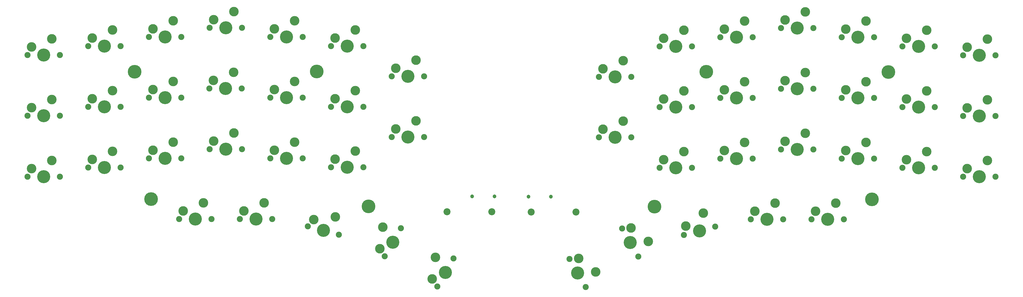
<source format=gts>
%TF.GenerationSoftware,KiCad,Pcbnew,(5.1.10-1-10_14)*%
%TF.CreationDate,2021-08-01T06:39:00+09:00*%
%TF.ProjectId,v1,76312e6b-6963-4616-945f-706362585858,rev?*%
%TF.SameCoordinates,Original*%
%TF.FileFunction,Soldermask,Top*%
%TF.FilePolarity,Negative*%
%FSLAX46Y46*%
G04 Gerber Fmt 4.6, Leading zero omitted, Abs format (unit mm)*
G04 Created by KiCad (PCBNEW (5.1.10-1-10_14)) date 2021-08-01 06:39:00*
%MOMM*%
%LPD*%
G01*
G04 APERTURE LIST*
%ADD10C,3.000000*%
%ADD11C,1.900000*%
%ADD12C,4.100000*%
%ADD13C,2.200000*%
%ADD14C,4.300000*%
%ADD15C,1.200000*%
G04 APERTURE END LIST*
D10*
%TO.C,SW11*%
X92465000Y-42645000D03*
X86115000Y-45185000D03*
D11*
X84845000Y-47725000D03*
X95005000Y-47725000D03*
D12*
X89925000Y-47725000D03*
%TD*%
D13*
%TO.C,Ref\u002A\u002A*%
X199900000Y-86500000D03*
%TD*%
D14*
%TO.C,Ref\u002A\u002A*%
X292800000Y-82500000D03*
%TD*%
%TO.C,Ref\u002A\u002A*%
X240800000Y-42500000D03*
%TD*%
%TO.C,Ref\u002A\u002A*%
X224500000Y-84800000D03*
%TD*%
D13*
%TO.C,Ref\u002A\u002A*%
X185800000Y-86500000D03*
%TD*%
D14*
%TO.C,Ref\u002A\u002A*%
X297900000Y-42600000D03*
%TD*%
%TO.C,Ref\u002A\u002A*%
X66500000Y-82400000D03*
%TD*%
%TO.C,Ref\u002A\u002A*%
X61400000Y-42500000D03*
%TD*%
%TO.C,Ref\u002A\u002A*%
X118500000Y-42400000D03*
%TD*%
%TO.C,Ref\u002A\u002A*%
X134800000Y-84700000D03*
%TD*%
D13*
%TO.C,Ref\u002A\u002A*%
X159400000Y-86400000D03*
%TD*%
%TO.C,Ref\u002A\u002A*%
X173500000Y-86400000D03*
%TD*%
D10*
%TO.C,SW15*%
X139270591Y-91210295D03*
X138295295Y-97979557D03*
D11*
X139860000Y-100349409D03*
X144940000Y-91550591D03*
D12*
X142400000Y-95950000D03*
%TD*%
%TO.C,SW22*%
X158900000Y-105500000D03*
D11*
X161440000Y-101100591D03*
X156360000Y-109899409D03*
D10*
X154795295Y-107529557D03*
X155770591Y-100760295D03*
%TD*%
D15*
%TO.C,J1*%
X167300000Y-81600000D03*
X174300000Y-81600000D03*
%TD*%
%TO.C,J3*%
X185000000Y-81700000D03*
X192000000Y-81700000D03*
%TD*%
D10*
%TO.C,SW1*%
X149640000Y-38870000D03*
X143290000Y-41410000D03*
D11*
X142020000Y-43950000D03*
X152180000Y-43950000D03*
D12*
X147100000Y-43950000D03*
%TD*%
D10*
%TO.C,SW2*%
X130590000Y-29320000D03*
X124240000Y-31860000D03*
D11*
X122970000Y-34400000D03*
X133130000Y-34400000D03*
D12*
X128050000Y-34400000D03*
%TD*%
%TO.C,SW3*%
X109000000Y-31550000D03*
D11*
X114080000Y-31550000D03*
X103920000Y-31550000D03*
D10*
X105190000Y-29010000D03*
X111540000Y-26470000D03*
%TD*%
D12*
%TO.C,SW4*%
X89950000Y-28700000D03*
D11*
X95030000Y-28700000D03*
X84870000Y-28700000D03*
D10*
X86140000Y-26160000D03*
X92490000Y-23620000D03*
%TD*%
%TO.C,SW5*%
X73440000Y-26470000D03*
X67090000Y-29010000D03*
D11*
X65820000Y-31550000D03*
X75980000Y-31550000D03*
D12*
X70900000Y-31550000D03*
%TD*%
D10*
%TO.C,SW6*%
X54390000Y-29320000D03*
X48040000Y-31860000D03*
D11*
X46770000Y-34400000D03*
X56930000Y-34400000D03*
D12*
X51850000Y-34400000D03*
%TD*%
D10*
%TO.C,SW7*%
X35340000Y-32170000D03*
X28990000Y-34710000D03*
D11*
X27720000Y-37250000D03*
X37880000Y-37250000D03*
D12*
X32800000Y-37250000D03*
%TD*%
%TO.C,SW8*%
X147100000Y-63000000D03*
D11*
X152180000Y-63000000D03*
X142020000Y-63000000D03*
D10*
X143290000Y-60460000D03*
X149640000Y-57920000D03*
%TD*%
%TO.C,SW9*%
X130590000Y-48370000D03*
X124240000Y-50910000D03*
D11*
X122970000Y-53450000D03*
X133130000Y-53450000D03*
D12*
X128050000Y-53450000D03*
%TD*%
D10*
%TO.C,SW10*%
X111540000Y-45520000D03*
X105190000Y-48060000D03*
D11*
X103920000Y-50600000D03*
X114080000Y-50600000D03*
D12*
X109000000Y-50600000D03*
%TD*%
D10*
%TO.C,SW12*%
X73465000Y-45520000D03*
X67115000Y-48060000D03*
D11*
X65845000Y-50600000D03*
X76005000Y-50600000D03*
D12*
X70925000Y-50600000D03*
%TD*%
%TO.C,SW13*%
X51850000Y-53450000D03*
D11*
X56930000Y-53450000D03*
X46770000Y-53450000D03*
D10*
X48040000Y-50910000D03*
X54390000Y-48370000D03*
%TD*%
%TO.C,SW14*%
X35340000Y-51220000D03*
X28990000Y-53760000D03*
D11*
X27720000Y-56300000D03*
X37880000Y-56300000D03*
D12*
X32800000Y-56300000D03*
%TD*%
%TO.C,SW16*%
X128050000Y-72475000D03*
D11*
X133130000Y-72475000D03*
X122970000Y-72475000D03*
D10*
X124240000Y-69935000D03*
X130590000Y-67395000D03*
%TD*%
D12*
%TO.C,SW17*%
X109025000Y-69625000D03*
D11*
X114105000Y-69625000D03*
X103945000Y-69625000D03*
D10*
X105215000Y-67085000D03*
X111565000Y-64545000D03*
%TD*%
D12*
%TO.C,SW18*%
X89950000Y-66800000D03*
D11*
X95030000Y-66800000D03*
X84870000Y-66800000D03*
D10*
X86140000Y-64260000D03*
X92490000Y-61720000D03*
%TD*%
D12*
%TO.C,SW19*%
X70900000Y-69650000D03*
D11*
X75980000Y-69650000D03*
X65820000Y-69650000D03*
D10*
X67090000Y-67110000D03*
X73440000Y-64570000D03*
%TD*%
%TO.C,SW20*%
X54390000Y-67445000D03*
X48040000Y-69985000D03*
D11*
X46770000Y-72525000D03*
X56930000Y-72525000D03*
D12*
X51850000Y-72525000D03*
%TD*%
%TO.C,SW21*%
X32800000Y-75375000D03*
D11*
X37880000Y-75375000D03*
X27720000Y-75375000D03*
D10*
X28990000Y-72835000D03*
X35340000Y-70295000D03*
%TD*%
%TO.C,SW23*%
X124368252Y-88025497D03*
X117577223Y-88835448D03*
D11*
X115693097Y-90960199D03*
X125506903Y-93589801D03*
D12*
X120600000Y-92275000D03*
%TD*%
D10*
%TO.C,SW24*%
X102015000Y-83620000D03*
X95665000Y-86160000D03*
D11*
X94395000Y-88700000D03*
X104555000Y-88700000D03*
D12*
X99475000Y-88700000D03*
%TD*%
D10*
%TO.C,SW25*%
X82965000Y-83620000D03*
X76615000Y-86160000D03*
D11*
X75345000Y-88700000D03*
X85505000Y-88700000D03*
D12*
X80425000Y-88700000D03*
%TD*%
%TO.C,SW26*%
X212200000Y-44050000D03*
D11*
X217280000Y-44050000D03*
X207120000Y-44050000D03*
D10*
X208390000Y-41510000D03*
X214740000Y-38970000D03*
%TD*%
D12*
%TO.C,SW27*%
X231250000Y-34500000D03*
D11*
X236330000Y-34500000D03*
X226170000Y-34500000D03*
D10*
X227440000Y-31960000D03*
X233790000Y-29420000D03*
%TD*%
D12*
%TO.C,SW28*%
X250300000Y-31650000D03*
D11*
X255380000Y-31650000D03*
X245220000Y-31650000D03*
D10*
X246490000Y-29110000D03*
X252840000Y-26570000D03*
%TD*%
D12*
%TO.C,SW29*%
X269350000Y-28800000D03*
D11*
X274430000Y-28800000D03*
X264270000Y-28800000D03*
D10*
X265540000Y-26260000D03*
X271890000Y-23720000D03*
%TD*%
D12*
%TO.C,SW30*%
X288400000Y-31650000D03*
D11*
X293480000Y-31650000D03*
X283320000Y-31650000D03*
D10*
X284590000Y-29110000D03*
X290940000Y-26570000D03*
%TD*%
%TO.C,SW31*%
X309990000Y-29420000D03*
X303640000Y-31960000D03*
D11*
X302370000Y-34500000D03*
X312530000Y-34500000D03*
D12*
X307450000Y-34500000D03*
%TD*%
%TO.C,SW32*%
X326500000Y-37350000D03*
D11*
X331580000Y-37350000D03*
X321420000Y-37350000D03*
D10*
X322690000Y-34810000D03*
X329040000Y-32270000D03*
%TD*%
D12*
%TO.C,SW33*%
X212200000Y-63050000D03*
D11*
X217280000Y-63050000D03*
X207120000Y-63050000D03*
D10*
X208390000Y-60510000D03*
X214740000Y-57970000D03*
%TD*%
D12*
%TO.C,SW34*%
X231250000Y-53550000D03*
D11*
X236330000Y-53550000D03*
X226170000Y-53550000D03*
D10*
X227440000Y-51010000D03*
X233790000Y-48470000D03*
%TD*%
%TO.C,SW35*%
X252840000Y-45620000D03*
X246490000Y-48160000D03*
D11*
X245220000Y-50700000D03*
X255380000Y-50700000D03*
D12*
X250300000Y-50700000D03*
%TD*%
D10*
%TO.C,SW36*%
X271890000Y-42720000D03*
X265540000Y-45260000D03*
D11*
X264270000Y-47800000D03*
X274430000Y-47800000D03*
D12*
X269350000Y-47800000D03*
%TD*%
D10*
%TO.C,SW37*%
X290940000Y-45620000D03*
X284590000Y-48160000D03*
D11*
X283320000Y-50700000D03*
X293480000Y-50700000D03*
D12*
X288400000Y-50700000D03*
%TD*%
%TO.C,SW38*%
X307450000Y-53550000D03*
D11*
X312530000Y-53550000D03*
X302370000Y-53550000D03*
D10*
X303640000Y-51010000D03*
X309990000Y-48470000D03*
%TD*%
D12*
%TO.C,SW39*%
X326500000Y-56400000D03*
D11*
X331580000Y-56400000D03*
X321420000Y-56400000D03*
D10*
X322690000Y-53860000D03*
X329040000Y-51320000D03*
%TD*%
D12*
%TO.C,SW40*%
X216900000Y-96050000D03*
D11*
X219440000Y-100449409D03*
X214360000Y-91650591D03*
D10*
X217194705Y-91480443D03*
X222569409Y-95709705D03*
%TD*%
%TO.C,SW41*%
X233790000Y-67520000D03*
X227440000Y-70060000D03*
D11*
X226170000Y-72600000D03*
X236330000Y-72600000D03*
D12*
X231250000Y-72600000D03*
%TD*%
%TO.C,SW42*%
X250300000Y-69750000D03*
D11*
X255380000Y-69750000D03*
X245220000Y-69750000D03*
D10*
X246490000Y-67210000D03*
X252840000Y-64670000D03*
%TD*%
D12*
%TO.C,SW43*%
X269350000Y-66900000D03*
D11*
X274430000Y-66900000D03*
X264270000Y-66900000D03*
D10*
X265540000Y-64360000D03*
X271890000Y-61820000D03*
%TD*%
D12*
%TO.C,SW44*%
X288400000Y-69750000D03*
D11*
X293480000Y-69750000D03*
X283320000Y-69750000D03*
D10*
X284590000Y-67210000D03*
X290940000Y-64670000D03*
%TD*%
%TO.C,SW45*%
X309990000Y-67520000D03*
X303640000Y-70060000D03*
D11*
X302370000Y-72600000D03*
X312530000Y-72600000D03*
D12*
X307450000Y-72600000D03*
%TD*%
D10*
%TO.C,SW46*%
X329040000Y-70370000D03*
X322690000Y-72910000D03*
D11*
X321420000Y-75450000D03*
X331580000Y-75450000D03*
D12*
X326500000Y-75450000D03*
%TD*%
D10*
%TO.C,SW47*%
X206069409Y-105259705D03*
X200694705Y-101030443D03*
D11*
X197860000Y-101200591D03*
X202940000Y-109999409D03*
D12*
X200400000Y-105600000D03*
%TD*%
%TO.C,SW48*%
X238700000Y-92400000D03*
D11*
X243606903Y-91085199D03*
X233793097Y-93714801D03*
D10*
X234362422Y-90932649D03*
X239838651Y-86835696D03*
%TD*%
%TO.C,SW49*%
X262390000Y-83720000D03*
X256040000Y-86260000D03*
D11*
X254770000Y-88800000D03*
X264930000Y-88800000D03*
D12*
X259850000Y-88800000D03*
%TD*%
D10*
%TO.C,SW50*%
X281440000Y-83720000D03*
X275090000Y-86260000D03*
D11*
X273820000Y-88800000D03*
X283980000Y-88800000D03*
D12*
X278900000Y-88800000D03*
%TD*%
M02*

</source>
